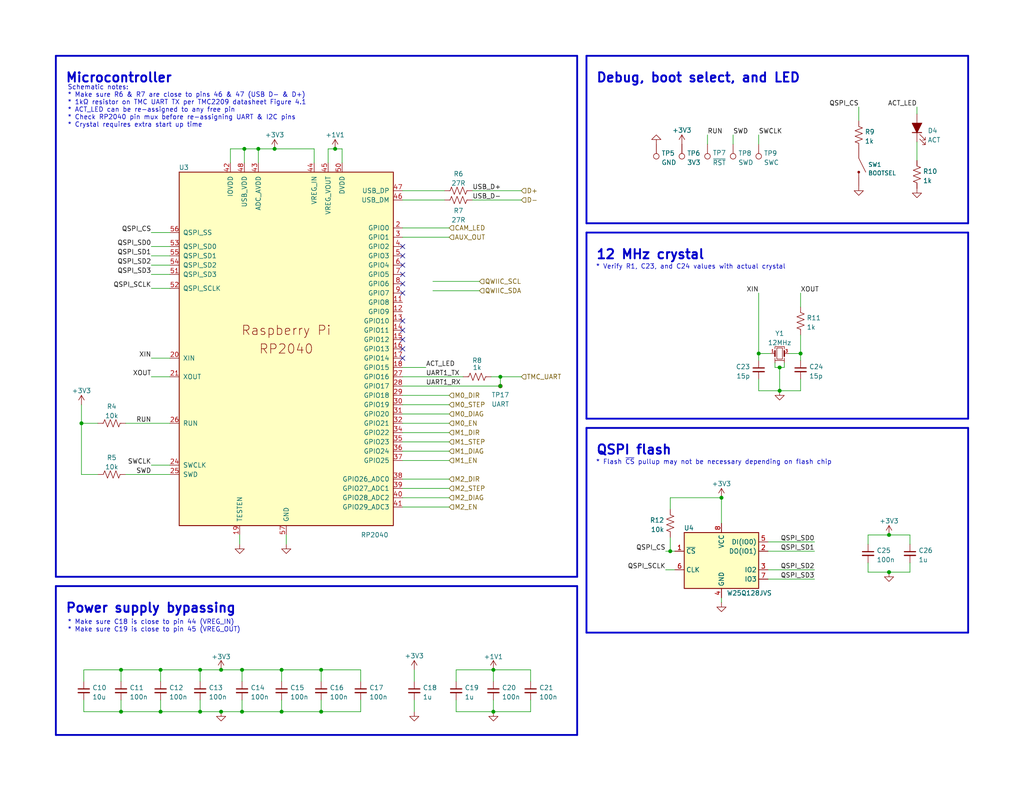
<source format=kicad_sch>
(kicad_sch (version 20211123) (generator eeschema)
  (paper "USLetter")
  (title_block (title "Candela Head") (date "2022-07-27") (rev "v1") (company "Winterbloom") (comment 1 "Alethea Flowers") (comment 2 "CERN-OHL-P V2"))
  (lib_symbols
    (symbol "Connector:TestPoint" (pin_numbers hide) (pin_names (offset 0.762) hide)
      (property "Reference" "TP" (at 0 6.858 0))
      (property "Value" "TestPoint" (at 0 5.08 0))
      (symbol "TestPoint_0_1"
        (circle (center 0 3.302) (radius 0.762))
      )
      (symbol "TestPoint_1_1"
        (pin passive line (at 0 0 90) (length 2.54) (name "1") (number "1"))
      )
    )
    (symbol "Connector:TestPoint_Small" (pin_numbers hide) (pin_names (offset 0.762) hide)
      (property "Reference" "TP" (at 0 3.81 0))
      (property "Value" "TestPoint_Small" (at 0 2.032 0))
      (symbol "TestPoint_Small_0_1"
        (circle (center 0 0) (radius 0.508))
      )
      (symbol "TestPoint_Small_1_1"
        (pin passive line (at 0 0 90) (length 0) (name "1") (number "1"))
      )
    )
    (symbol "Device:C_Small" (pin_numbers hide) (pin_names (offset 0.254) hide)
      (property "Reference" "C" (at 0.254 1.778 0))
      (property "Value" "C_Small" (at 0.254 -2.032 0))
      (symbol "C_Small_0_1"
        (polyline (pts (xy -1.524 -0.508) (xy 1.524 -0.508)) (stroke (width 0.3302)))
        (polyline (pts (xy -1.524 0.508) (xy 1.524 0.508)) (stroke (width 0.3048)))
      )
      (symbol "C_Small_1_1"
        (pin passive line (at 0 2.54 270) (length 2.032) (name "~") (number "1"))
        (pin passive line (at 0 -2.54 90) (length 2.032) (name "~") (number "2"))
      )
    )
    (symbol "Device:LED_Filled" (pin_numbers hide) (pin_names (offset 1.016) hide)
      (property "Reference" "D" (at 0 2.54 0))
      (property "Value" "LED_Filled" (at 0 -2.54 0))
      (symbol "LED_Filled_0_1"
        (polyline (pts (xy -1.27 -1.27) (xy -1.27 1.27)) (stroke (width 0.254)))
        (polyline (pts (xy -1.27 0) (xy 1.27 0)))
        (polyline (pts (xy 1.27 -1.27) (xy 1.27 1.27) (xy -1.27 0) (xy 1.27 -1.27)) (stroke (width 0.254)) (fill (type outline)))
        (polyline (pts (xy -3.048 -0.762) (xy -4.572 -2.286) (xy -3.81 -2.286) (xy -4.572 -2.286) (xy -4.572 -1.524)))
        (polyline (pts (xy -1.778 -0.762) (xy -3.302 -2.286) (xy -2.54 -2.286) (xy -3.302 -2.286) (xy -3.302 -1.524)))
      )
      (symbol "LED_Filled_1_1"
        (pin passive line (at -3.81 0 0) (length 2.54) (name "K") (number "1"))
        (pin passive line (at 3.81 0 180) (length 2.54) (name "A") (number "2"))
      )
    )
    (symbol "Device:R_US" (pin_numbers hide) (pin_names (offset 0))
      (property "Reference" "R" (at 2.54 0 90))
      (property "Value" "R_US" (at -2.54 0 90))
      (symbol "R_US_0_1"
        (polyline (pts (xy 0 -2.286) (xy 0 -2.54)))
        (polyline (pts (xy 0 2.286) (xy 0 2.54)))
        (polyline (pts (xy 0 -0.762) (xy 1.016 -1.143) (xy 0 -1.524) (xy -1.016 -1.905) (xy 0 -2.286)))
        (polyline (pts (xy 0 0.762) (xy 1.016 0.381) (xy 0 0) (xy -1.016 -0.381) (xy 0 -0.762)))
        (polyline (pts (xy 0 2.286) (xy 1.016 1.905) (xy 0 1.524) (xy -1.016 1.143) (xy 0 0.762)))
      )
      (symbol "R_US_1_1"
        (pin passive line (at 0 3.81 270) (length 1.27) (name "~") (number "1"))
        (pin passive line (at 0 -3.81 90) (length 1.27) (name "~") (number "2"))
      )
    )
    (symbol "MCU_RaspberryPi_RP2040:RP2040" (pin_names (offset 1.016))
      (property "Reference" "U?" (at -27.94 49.53 0))
      (property "Value" "RP2040" (at 24.13 -50.8 0))
      (symbol "RP2040_0_0"
        (text "Raspberry Pi" (at 0 5.08 0) (effects (font (size 2.54 2.54))))
        (text "RP2040" (at 0 0 0) (effects (font (size 2.54 2.54))))
      )
      (symbol "RP2040_0_1"
        (rectangle (start 29.21 48.26) (end -29.21 -48.26) (stroke (width 0.254)) (fill (type background)))
      )
      (symbol "RP2040_1_1"
        (pin power_in line (at -15.24 50.8 270) (length 2.54) hide (name "IOVDD") (number "1"))
        (pin power_in line (at -15.24 50.8 270) (length 2.54) hide (name "IOVDD") (number "10"))
        (pin bidirectional line (at 31.75 12.7 180) (length 2.54) (name "GPIO8") (number "11"))
        (pin bidirectional line (at 31.75 10.16 180) (length 2.54) (name "GPIO9") (number "12"))
        (pin bidirectional line (at 31.75 7.62 180) (length 2.54) (name "GPIO10") (number "13"))
        (pin bidirectional line (at 31.75 5.08 180) (length 2.54) (name "GPIO11") (number "14"))
        (pin bidirectional line (at 31.75 2.54 180) (length 2.54) (name "GPIO12") (number "15"))
        (pin bidirectional line (at 31.75 0 180) (length 2.54) (name "GPIO13") (number "16"))
        (pin bidirectional line (at 31.75 -2.54 180) (length 2.54) (name "GPIO14") (number "17"))
        (pin bidirectional line (at 31.75 -5.08 180) (length 2.54) (name "GPIO15") (number "18"))
        (pin passive line (at -12.7 -50.8 90) (length 2.54) (name "TESTEN") (number "19"))
        (pin bidirectional line (at 31.75 33.02 180) (length 2.54) (name "GPIO0") (number "2"))
        (pin input line (at -31.75 -2.54 0) (length 2.54) (name "XIN") (number "20"))
        (pin passive line (at -31.75 -7.62 0) (length 2.54) (name "XOUT") (number "21"))
        (pin power_in line (at -15.24 50.8 270) (length 2.54) hide (name "IOVDD") (number "22"))
        (pin power_in line (at 15.24 50.8 270) (length 2.54) hide (name "DVDD") (number "23"))
        (pin output line (at -31.75 -31.75 0) (length 2.54) (name "SWCLK") (number "24"))
        (pin bidirectional line (at -31.75 -34.29 0) (length 2.54) (name "SWD") (number "25"))
        (pin input line (at -31.75 -20.32 0) (length 2.54) (name "RUN") (number "26"))
        (pin bidirectional line (at 31.75 -7.62 180) (length 2.54) (name "GPIO16") (number "27"))
        (pin bidirectional line (at 31.75 -10.16 180) (length 2.54) (name "GPIO17") (number "28"))
        (pin bidirectional line (at 31.75 -12.7 180) (length 2.54) (name "GPIO18") (number "29"))
        (pin bidirectional line (at 31.75 30.48 180) (length 2.54) (name "GPIO1") (number "3"))
        (pin bidirectional line (at 31.75 -15.24 180) (length 2.54) (name "GPIO19") (number "30"))
        (pin bidirectional line (at 31.75 -17.78 180) (length 2.54) (name "GPIO20") (number "31"))
        (pin bidirectional line (at 31.75 -20.32 180) (length 2.54) (name "GPIO21") (number "32"))
        (pin power_in line (at -15.24 50.8 270) (length 2.54) hide (name "IOVDD") (number "33"))
        (pin bidirectional line (at 31.75 -22.86 180) (length 2.54) (name "GPIO22") (number "34"))
        (pin bidirectional line (at 31.75 -25.4 180) (length 2.54) (name "GPIO23") (number "35"))
        (pin bidirectional line (at 31.75 -27.94 180) (length 2.54) (name "GPIO24") (number "36"))
        (pin bidirectional line (at 31.75 -30.48 180) (length 2.54) (name "GPIO25") (number "37"))
        (pin bidirectional line (at 31.75 -35.56 180) (length 2.54) (name "GPIO26_ADC0") (number "38"))
        (pin bidirectional line (at 31.75 -38.1 180) (length 2.54) (name "GPIO27_ADC1") (number "39"))
        (pin bidirectional line (at 31.75 27.94 180) (length 2.54) (name "GPIO2") (number "4"))
        (pin bidirectional line (at 31.75 -40.64 180) (length 2.54) (name "GPIO28_ADC2") (number "40"))
        (pin bidirectional line (at 31.75 -43.18 180) (length 2.54) (name "GPIO29_ADC3") (number "41"))
        (pin power_in line (at -15.24 50.8 270) (length 2.54) (name "IOVDD") (number "42"))
        (pin power_in line (at -7.62 50.8 270) (length 2.54) (name "ADC_AVDD") (number "43"))
        (pin power_in line (at 7.62 50.8 270) (length 2.54) (name "VREG_IN") (number "44"))
        (pin power_out line (at 11.43 50.8 270) (length 2.54) (name "VREG_VOUT") (number "45"))
        (pin bidirectional line (at 31.75 40.64 180) (length 2.54) (name "USB_DM") (number "46"))
        (pin bidirectional line (at 31.75 43.18 180) (length 2.54) (name "USB_DP") (number "47"))
        (pin power_in line (at -11.43 50.8 270) (length 2.54) (name "USB_VDD") (number "48"))
        (pin power_in line (at -15.24 50.8 270) (length 2.54) hide (name "IOVDD") (number "49"))
        (pin bidirectional line (at 31.75 25.4 180) (length 2.54) (name "GPIO3") (number "5"))
        (pin power_in line (at 15.24 50.8 270) (length 2.54) (name "DVDD") (number "50"))
        (pin bidirectional line (at -31.75 20.32 0) (length 2.54) (name "QSPI_SD3") (number "51"))
        (pin output line (at -31.75 16.51 0) (length 2.54) (name "QSPI_SCLK") (number "52"))
        (pin bidirectional line (at -31.75 27.94 0) (length 2.54) (name "QSPI_SD0") (number "53"))
        (pin bidirectional line (at -31.75 22.86 0) (length 2.54) (name "QSPI_SD2") (number "54"))
        (pin bidirectional line (at -31.75 25.4 0) (length 2.54) (name "QSPI_SD1") (number "55"))
        (pin bidirectional line (at -31.75 31.75 0) (length 2.54) (name "QSPI_SS") (number "56"))
        (pin power_in line (at 0 -50.8 90) (length 2.54) (name "GND") (number "57"))
        (pin bidirectional line (at 31.75 22.86 180) (length 2.54) (name "GPIO4") (number "6"))
        (pin bidirectional line (at 31.75 20.32 180) (length 2.54) (name "GPIO5") (number "7"))
        (pin bidirectional line (at 31.75 17.78 180) (length 2.54) (name "GPIO6") (number "8"))
        (pin bidirectional line (at 31.75 15.24 180) (length 2.54) (name "GPIO7") (number "9"))
      )
    )
    (symbol "Memory_Flash:W25Q128JVS"
      (property "Reference" "U" (at -8.89 8.89 0))
      (property "Value" "W25Q128JVS" (at 7.62 8.89 0))
      (symbol "W25Q128JVS_0_1"
        (rectangle (start -10.16 7.62) (end 10.16 -7.62) (stroke (width 0.254)) (fill (type background)))
      )
      (symbol "W25Q128JVS_1_1"
        (pin input line (at -12.7 2.54 0) (length 2.54) (name "~{CS}") (number "1"))
        (pin bidirectional line (at 12.7 2.54 180) (length 2.54) (name "DO(IO1)") (number "2"))
        (pin bidirectional line (at 12.7 -2.54 180) (length 2.54) (name "IO2") (number "3"))
        (pin power_in line (at 0 -10.16 90) (length 2.54) (name "GND") (number "4"))
        (pin bidirectional line (at 12.7 5.08 180) (length 2.54) (name "DI(IO0)") (number "5"))
        (pin input line (at -12.7 -2.54 0) (length 2.54) (name "CLK") (number "6"))
        (pin bidirectional line (at 12.7 -5.08 180) (length 2.54) (name "IO3") (number "7"))
        (pin power_in line (at 0 10.16 270) (length 2.54) (name "VCC") (number "8"))
      )
    )
    (symbol "power:+1V1" (power) (pin_names (offset 0))
      (property "Value" "+1V1" (at 0 3.556 0))
      (symbol "+1V1_0_1"
        (polyline (pts (xy -0.762 1.27) (xy 0 2.54)))
        (polyline (pts (xy 0 0) (xy 0 2.54)))
        (polyline (pts (xy 0 2.54) (xy 0.762 1.27)))
      )
      (symbol "+1V1_1_1"
        (pin power_in line (at 0 0 90) (length 0) hide (name "+1V1") (number "1"))
      )
    )
    (symbol "power:+3V3" (power) (pin_names (offset 0))
      (property "Value" "+3V3" (at 0 3.556 0))
      (symbol "+3V3_0_1"
        (polyline (pts (xy -0.762 1.27) (xy 0 2.54)))
        (polyline (pts (xy 0 0) (xy 0 2.54)))
        (polyline (pts (xy 0 2.54) (xy 0.762 1.27)))
      )
      (symbol "+3V3_1_1"
        (pin power_in line (at 0 0 90) (length 0) hide (name "+3V3") (number "1"))
      )
    )
    (symbol "power:GND" (power) (pin_names (offset 0))
      (property "Value" "GND" (at 0 -3.81 0))
      (symbol "GND_0_1"
        (polyline (pts (xy 0 0) (xy 0 -1.27) (xy 1.27 -1.27) (xy 0 -2.54) (xy -1.27 -1.27) (xy 0 -1.27)))
      )
      (symbol "GND_1_1"
        (pin power_in line (at 0 0 270) (length 0) hide (name "GND") (number "1"))
      )
    )
    (symbol "winterbloom:Crystal_12MHz_4Pin" (pin_names (offset 1.016) hide)
      (property "Reference" "Y1" (at 0 5.08 0))
      (property "Value" "Crystal_12MHz_4Pin" (at 0 3.175 0))
      (symbol "Crystal_12MHz_4Pin_0_1"
        (rectangle (start -0.762 -1.524) (end 0.762 1.524))
        (polyline (pts (xy -1.27 -0.762) (xy -1.27 0.762)) (stroke (width 0.381)))
        (polyline (pts (xy 1.27 -0.762) (xy 1.27 0.762)) (stroke (width 0.381)))
        (polyline (pts (xy -1.27 -1.27) (xy -1.27 -1.905) (xy 1.27 -1.905) (xy 1.27 -1.27)))
        (polyline (pts (xy -1.27 1.27) (xy -1.27 1.905) (xy 1.27 1.905) (xy 1.27 1.27)))
      )
      (symbol "Crystal_12MHz_4Pin_1_1"
        (pin passive line (at -2.54 0 0) (length 1.27) (name "1") (number "1"))
        (pin passive line (at -1.27 -2.54 90) (length 0.635) (name "2") (number "2"))
        (pin passive line (at 2.54 0 180) (length 1.27) (name "3") (number "3"))
        (pin passive line (at 1.27 -2.54 90) (length 0.635) (name "4") (number "4"))
      )
    )
    (symbol "winterbloom:Tactile_Switch" (pin_numbers hide) (pin_names (offset 1.016) hide)
      (property "Reference" "SW" (at -1.27 -3.302 0))
      (property "Value" "Tactile_Switch" (at -6.223 -1.524 0))
      (symbol "Tactile_Switch_1_0"
        (polyline (pts (xy -2.54 0) (xy 1.27 1.905)))
        (polyline (pts (xy 2.54 0) (xy 1.27 0)))
        (circle (center 1.27 0) (radius 0.2794) (fill (type outline)))
      )
      (symbol "Tactile_Switch_1_1"
        (pin bidirectional line (at -5.08 0 0) (length 2.54) (name "1") (number "1"))
        (pin bidirectional line (at 5.08 0 180) (length 2.54) (name "2") (number "2"))
      )
    )
  )
  (junction (at 207.01 96.52))
  (junction (at 76.835 194.31))
  (junction (at 74.93 40.64))
  (junction (at 136.525 105.41))
  (junction (at 54.61 194.31))
  (junction (at 66.04 182.88))
  (junction (at 43.815 182.88))
  (junction (at 33.02 194.31))
  (junction (at 66.04 194.31))
  (junction (at 136.525 102.87))
  (junction (at 134.62 182.88))
  (junction (at 33.02 182.88))
  (junction (at 212.725 106.68))
  (junction (at 60.325 182.88))
  (junction (at 218.44 96.52))
  (junction (at 54.61 182.88))
  (junction (at 43.815 194.31))
  (junction (at 22.225 115.57))
  (junction (at 242.57 156.21))
  (junction (at 70.485 40.64))
  (junction (at 87.63 182.88))
  (junction (at 87.63 194.31))
  (junction (at 91.44 40.64))
  (junction (at 60.325 194.31))
  (junction (at 76.835 182.88))
  (junction (at 66.675 40.64))
  (junction (at 134.62 194.31))
  (junction (at 182.88 150.495))
  (junction (at 212.725 100.33))
  (junction (at 242.57 146.05))
  (junction (at 196.85 135.89))
  (no_connect (at 109.855 67.31))
  (no_connect (at 109.855 87.63))
  (no_connect (at 109.855 90.17))
  (no_connect (at 109.855 80.01))
  (no_connect (at 109.855 77.47))
  (no_connect (at 109.855 74.93))
  (no_connect (at 109.855 72.39))
  (no_connect (at 109.855 69.85))
  (no_connect (at 109.855 92.71))
  (no_connect (at 109.855 95.25))
  (no_connect (at 109.855 97.79))
  (wire (pts (xy 43.815 194.31) (xy 33.02 194.31)))
  (polyline (pts (xy 160.02 63.5) (xy 264.16 63.5)) (stroke (width 0.5) (type solid)))
  (wire (pts (xy 70.485 40.64) (xy 70.485 44.45)))
  (wire (pts (xy 109.855 105.41) (xy 136.525 105.41)))
  (wire (pts (xy 109.855 64.77) (xy 122.555 64.77)))
  (wire (pts (xy 212.725 100.33) (xy 212.725 106.68)))
  (polyline (pts (xy 160.02 116.84) (xy 160.02 172.72)) (stroke (width 0.5) (type solid)))
  (polyline (pts (xy 160.02 15.24) (xy 160.02 60.96)) (stroke (width 0.5) (type solid)))
  (wire (pts (xy 250.19 43.815) (xy 250.19 38.735)))
  (wire (pts (xy 26.67 129.54) (xy 22.225 129.54)))
  (wire (pts (xy 207.01 106.68) (xy 212.725 106.68)))
  (wire (pts (xy 109.855 107.95) (xy 122.555 107.95)))
  (wire (pts (xy 91.44 40.64) (xy 93.345 40.64)))
  (wire (pts (xy 181.61 150.495) (xy 182.88 150.495)))
  (wire (pts (xy 66.675 40.64) (xy 62.865 40.64)))
  (wire (pts (xy 60.325 194.31) (xy 54.61 194.31)))
  (wire (pts (xy 66.04 182.88) (xy 76.835 182.88)))
  (wire (pts (xy 236.855 146.05) (xy 236.855 148.59)))
  (wire (pts (xy 196.85 163.195) (xy 196.85 164.465)))
  (wire (pts (xy 33.02 182.88) (xy 43.815 182.88)))
  (wire (pts (xy 212.725 100.33) (xy 213.995 100.33)))
  (wire (pts (xy 43.815 182.88) (xy 43.815 186.055)))
  (wire (pts (xy 218.44 80.01) (xy 218.44 83.82)))
  (wire (pts (xy 41.275 74.93) (xy 46.355 74.93)))
  (wire (pts (xy 66.04 191.135) (xy 66.04 194.31)))
  (wire (pts (xy 62.865 44.45) (xy 62.865 40.64)))
  (wire (pts (xy 74.93 40.64) (xy 85.725 40.64)))
  (wire (pts (xy 124.46 182.88) (xy 134.62 182.88)))
  (wire (pts (xy 109.855 125.73) (xy 122.555 125.73)))
  (wire (pts (xy 109.855 102.87) (xy 126.365 102.87)))
  (wire (pts (xy 60.325 182.88) (xy 66.04 182.88)))
  (wire (pts (xy 109.855 135.89) (xy 122.555 135.89)))
  (wire (pts (xy 109.855 138.43) (xy 122.555 138.43)))
  (wire (pts (xy 144.78 182.88) (xy 144.78 186.055)))
  (wire (pts (xy 70.485 40.64) (xy 74.93 40.64)))
  (polyline (pts (xy 264.16 60.96) (xy 160.02 60.96)) (stroke (width 0.5) (type solid)))
  (wire (pts (xy 242.57 156.21) (xy 236.855 156.21)))
  (wire (pts (xy 113.03 191.135) (xy 113.03 194.31)))
  (wire (pts (xy 207.01 80.01) (xy 207.01 96.52)))
  (wire (pts (xy 124.46 182.88) (xy 124.46 186.055)))
  (wire (pts (xy 128.905 54.61) (xy 142.24 54.61)))
  (wire (pts (xy 109.855 133.35) (xy 122.555 133.35)))
  (polyline (pts (xy 15.24 15.24) (xy 157.48 15.24)) (stroke (width 0.5) (type solid)))
  (wire (pts (xy 209.55 147.955) (xy 222.25 147.955)))
  (wire (pts (xy 215.265 96.52) (xy 218.44 96.52)))
  (wire (pts (xy 134.62 191.135) (xy 134.62 194.31)))
  (wire (pts (xy 54.61 194.31) (xy 43.815 194.31)))
  (wire (pts (xy 209.55 155.575) (xy 222.25 155.575)))
  (wire (pts (xy 65.405 146.05) (xy 65.405 148.59)))
  (wire (pts (xy 54.61 182.88) (xy 60.325 182.88)))
  (wire (pts (xy 22.86 182.88) (xy 33.02 182.88)))
  (wire (pts (xy 66.04 182.88) (xy 66.04 186.055)))
  (wire (pts (xy 76.835 194.31) (xy 66.04 194.31)))
  (wire (pts (xy 136.525 102.87) (xy 142.24 102.87)))
  (wire (pts (xy 109.855 123.19) (xy 122.555 123.19)))
  (wire (pts (xy 136.525 102.87) (xy 136.525 105.41)))
  (wire (pts (xy 22.225 115.57) (xy 26.67 115.57)))
  (wire (pts (xy 248.285 153.67) (xy 248.285 156.21)))
  (wire (pts (xy 207.01 36.83) (xy 207.01 39.37)))
  (wire (pts (xy 33.02 191.135) (xy 33.02 194.31)))
  (wire (pts (xy 144.78 194.31) (xy 134.62 194.31)))
  (polyline (pts (xy 264.16 15.24) (xy 264.16 60.96)) (stroke (width 0.5) (type solid)))
  (wire (pts (xy 109.855 115.57) (xy 122.555 115.57)))
  (wire (pts (xy 236.855 146.05) (xy 242.57 146.05)))
  (wire (pts (xy 109.855 113.03) (xy 122.555 113.03)))
  (polyline (pts (xy 157.48 160.02) (xy 157.48 200.66)) (stroke (width 0.5) (type solid)))
  (wire (pts (xy 236.855 156.21) (xy 236.855 153.67)))
  (wire (pts (xy 98.425 191.135) (xy 98.425 194.31)))
  (wire (pts (xy 248.285 156.21) (xy 242.57 156.21)))
  (wire (pts (xy 118.11 79.375) (xy 130.81 79.375)))
  (wire (pts (xy 218.44 96.52) (xy 218.44 98.425)))
  (wire (pts (xy 91.44 40.64) (xy 89.535 40.64)))
  (wire (pts (xy 109.855 120.65) (xy 122.555 120.65)))
  (wire (pts (xy 109.855 54.61) (xy 121.285 54.61)))
  (wire (pts (xy 76.835 191.135) (xy 76.835 194.31)))
  (wire (pts (xy 248.285 146.05) (xy 248.285 148.59)))
  (polyline (pts (xy 264.16 114.3) (xy 160.02 114.3)) (stroke (width 0.5) (type solid)))
  (wire (pts (xy 113.03 182.88) (xy 113.03 186.055)))
  (wire (pts (xy 22.225 110.49) (xy 22.225 115.57)))
  (wire (pts (xy 109.855 130.81) (xy 122.555 130.81)))
  (wire (pts (xy 22.225 129.54) (xy 22.225 115.57)))
  (polyline (pts (xy 264.16 116.84) (xy 264.16 172.72)) (stroke (width 0.5) (type solid)))
  (wire (pts (xy 181.61 155.575) (xy 184.15 155.575)))
  (wire (pts (xy 54.61 182.88) (xy 54.61 186.055)))
  (wire (pts (xy 98.425 182.88) (xy 98.425 186.055)))
  (wire (pts (xy 133.985 102.87) (xy 136.525 102.87)))
  (wire (pts (xy 242.57 146.05) (xy 248.285 146.05)))
  (wire (pts (xy 41.275 63.5) (xy 46.355 63.5)))
  (polyline (pts (xy 15.24 160.02) (xy 15.24 200.66)) (stroke (width 0.5) (type solid)))
  (wire (pts (xy 43.815 182.88) (xy 54.61 182.88)))
  (polyline (pts (xy 15.24 160.02) (xy 157.48 160.02)) (stroke (width 0.5) (type solid)))
  (polyline (pts (xy 157.48 15.24) (xy 157.48 157.48)) (stroke (width 0.5) (type solid)))
  (polyline (pts (xy 15.24 15.24) (xy 15.24 157.48)) (stroke (width 0.5) (type solid)))
  (polyline (pts (xy 264.16 172.72) (xy 160.02 172.72)) (stroke (width 0.5) (type solid)))
  (wire (pts (xy 124.46 191.135) (xy 124.46 194.31)))
  (wire (pts (xy 85.725 40.64) (xy 85.725 44.45)))
  (wire (pts (xy 134.62 194.31) (xy 124.46 194.31)))
  (wire (pts (xy 93.345 44.45) (xy 93.345 40.64)))
  (wire (pts (xy 41.275 97.79) (xy 46.355 97.79)))
  (wire (pts (xy 182.88 135.89) (xy 196.85 135.89)))
  (wire (pts (xy 196.85 135.89) (xy 196.85 142.875)))
  (wire (pts (xy 89.535 40.64) (xy 89.535 44.45)))
  (wire (pts (xy 78.105 146.05) (xy 78.105 148.59)))
  (wire (pts (xy 46.355 129.54) (xy 34.29 129.54)))
  (wire (pts (xy 144.78 191.135) (xy 144.78 194.31)))
  (wire (pts (xy 87.63 191.135) (xy 87.63 194.31)))
  (wire (pts (xy 66.675 44.45) (xy 66.675 40.64)))
  (wire (pts (xy 109.855 110.49) (xy 122.555 110.49)))
  (wire (pts (xy 41.275 78.74) (xy 46.355 78.74)))
  (wire (pts (xy 87.63 194.31) (xy 76.835 194.31)))
  (wire (pts (xy 76.835 182.88) (xy 76.835 186.055)))
  (wire (pts (xy 46.355 115.57) (xy 34.29 115.57)))
  (wire (pts (xy 218.44 106.68) (xy 218.44 103.505)))
  (wire (pts (xy 193.04 36.83) (xy 193.04 39.37)))
  (wire (pts (xy 234.315 29.21) (xy 234.315 33.02)))
  (wire (pts (xy 250.19 29.21) (xy 250.19 31.115)))
  (wire (pts (xy 41.275 72.39) (xy 46.355 72.39)))
  (polyline (pts (xy 160.02 15.24) (xy 264.16 15.24)) (stroke (width 0.5) (type solid)))
  (wire (pts (xy 218.44 91.44) (xy 218.44 96.52)))
  (wire (pts (xy 41.275 69.85) (xy 46.355 69.85)))
  (wire (pts (xy 182.88 135.89) (xy 182.88 139.065)))
  (wire (pts (xy 41.275 127) (xy 46.355 127)))
  (wire (pts (xy 109.855 62.23) (xy 122.555 62.23)))
  (wire (pts (xy 22.86 182.88) (xy 22.86 186.055)))
  (wire (pts (xy 134.62 182.88) (xy 144.78 182.88)))
  (wire (pts (xy 43.815 191.135) (xy 43.815 194.31)))
  (wire (pts (xy 128.905 52.07) (xy 142.24 52.07)))
  (wire (pts (xy 109.855 100.33) (xy 116.205 100.33)))
  (polyline (pts (xy 264.16 63.5) (xy 264.16 114.3)) (stroke (width 0.5) (type solid)))
  (wire (pts (xy 212.725 106.68) (xy 218.44 106.68)))
  (wire (pts (xy 76.835 182.88) (xy 87.63 182.88)))
  (wire (pts (xy 60.325 194.31) (xy 66.04 194.31)))
  (wire (pts (xy 134.62 182.88) (xy 134.62 186.055)))
  (wire (pts (xy 109.855 118.11) (xy 122.555 118.11)))
  (wire (pts (xy 213.995 100.33) (xy 213.995 99.06)))
  (wire (pts (xy 209.55 158.115) (xy 222.25 158.115)))
  (wire (pts (xy 66.675 40.64) (xy 70.485 40.64)))
  (wire (pts (xy 33.02 182.88) (xy 33.02 186.055)))
  (wire (pts (xy 54.61 191.135) (xy 54.61 194.31)))
  (wire (pts (xy 211.455 99.06) (xy 211.455 100.33)))
  (wire (pts (xy 41.275 102.87) (xy 46.355 102.87)))
  (wire (pts (xy 41.275 67.31) (xy 46.355 67.31)))
  (wire (pts (xy 109.855 52.07) (xy 121.285 52.07)))
  (wire (pts (xy 209.55 150.495) (xy 222.25 150.495)))
  (polyline (pts (xy 157.48 157.48) (xy 15.24 157.48)) (stroke (width 0.5) (type solid)))
  (wire (pts (xy 182.88 150.495) (xy 184.15 150.495)))
  (wire (pts (xy 207.01 98.425) (xy 207.01 96.52)))
  (wire (pts (xy 207.01 96.52) (xy 210.185 96.52)))
  (wire (pts (xy 87.63 182.88) (xy 87.63 186.055)))
  (polyline (pts (xy 160.02 116.84) (xy 264.16 116.84)) (stroke (width 0.5) (type solid)))
  (wire (pts (xy 200.025 36.83) (xy 200.025 39.37)))
  (wire (pts (xy 118.11 76.835) (xy 130.81 76.835)))
  (wire (pts (xy 87.63 194.31) (xy 98.425 194.31)))
  (polyline (pts (xy 157.48 200.66) (xy 15.24 200.66)) (stroke (width 0.5) (type solid)))
  (wire (pts (xy 207.01 103.505) (xy 207.01 106.68)))
  (wire (pts (xy 22.86 194.31) (xy 22.86 191.135)))
  (wire (pts (xy 182.88 146.685) (xy 182.88 150.495)))
  (polyline (pts (xy 160.02 63.5) (xy 160.02 114.3)) (stroke (width 0.5) (type solid)))
  (wire (pts (xy 87.63 182.88) (xy 98.425 182.88)))
  (wire (pts (xy 33.02 194.31) (xy 22.86 194.31)))
  (wire (pts (xy 211.455 100.33) (xy 212.725 100.33)))
  (text "Power supply bypassing" (at 17.78 167.64 0) (effects (font (size 2.54 2.54) bold) (justify left bottom)))
  (text "* Flash ~{CS} pullup may not be necessary depending on flash chip" (at 162.56 127 0) (effects (font (size 1.27 1.27)) (justify left bottom)))
  (text "Schematic notes:\n* Make sure R6 & R7 are close to pins 46 & 47 (USB D- & D+)\n* 1kΩ resistor on TMC UART TX per TMC2209 datasheet Figure 4.1\n* ACT_LED can be re-assigned to any free pin\n* Check RP2040 pin mux before re-assigning UART & I2C pins\n* Crystal requires extra start up time" (at 18.415 34.925 0) (effects (font (size 1.27 1.27)) (justify left bottom)))
  (text "* Make sure C18 is close to pin 44 (VREG_IN)\n* Make sure C19 is close to pin 45 (VREG_OUT)" (at 18.415 172.72 0) (effects (font (size 1.27 1.27)) (justify left bottom)))
  (text "* Verify R1, C23, and C24 values with actual crystal" (at 162.56 73.66 0) (effects (font (size 1.27 1.27)) (justify left bottom)))
  (text "12 MHz crystal" (at 162.56 71.12 0) (effects (font (size 2.54 2.54) bold) (justify left bottom)))
  (text "QSPI flash" (at 162.56 124.46 0) (effects (font (size 2.54 2.54) bold) (justify left bottom)))
  (text "Debug, boot select, and LED" (at 162.56 22.86 0) (effects (font (size 2.54 2.54) bold) (justify left bottom)))
  (text "Microcontroller" (at 17.78 22.86 0) (effects (font (size 2.54 2.54) bold) (justify left bottom)))
  (label "ACT_LED" (at 250.19 29.21 180))
  (label "SWCLK" (at 207.01 36.83 0))
  (label "USB_D+" (at 128.905 52.07 0))
  (label "QSPI_CS" (at 181.61 150.495 180))
  (label "QSPI_SD1" (at 222.25 150.495 180))
  (label "XOUT" (at 41.275 102.87 180))
  (label "QSPI_SD1" (at 41.275 69.85 180))
  (label "QSPI_SD2" (at 41.275 72.39 180))
  (label "SWCLK" (at 41.275 127 180))
  (label "XIN" (at 207.01 80.01 180))
  (label "QSPI_CS" (at 41.275 63.5 180))
  (label "QSPI_SCLK" (at 181.61 155.575 180))
  (label "ACT_LED" (at 116.205 100.33 0))
  (label "USB_D-" (at 128.905 54.61 0))
  (label "QSPI_SD0" (at 222.25 147.955 180))
  (label "SWD" (at 41.275 129.54 180))
  (label "QSPI_SD0" (at 41.275 67.31 180))
  (label "UART1_TX" (at 116.205 102.87 0))
  (label "QSPI_SD3" (at 222.25 158.115 180))
  (label "RUN" (at 193.04 36.83 0))
  (label "QSPI_SD2" (at 222.25 155.575 180))
  (label "QSPI_SCLK" (at 41.275 78.74 180))
  (label "QSPI_SD3" (at 41.275 74.93 180))
  (label "XOUT" (at 218.44 80.01 0))
  (label "XIN" (at 41.275 97.79 180))
  (label "SWD" (at 200.025 36.83 0))
  (label "QSPI_CS" (at 234.315 29.21 180))
  (label "UART1_RX" (at 116.205 105.41 0))
  (label "RUN" (at 41.275 115.57 180))
  (hierarchical_label "D-" (shape input) (at 142.24 54.61 0))
  (hierarchical_label "M0_EN" (shape input) (at 122.555 115.57 0))
  (hierarchical_label "M0_DIR" (shape input) (at 122.555 107.95 0))
  (hierarchical_label "M0_STEP" (shape input) (at 122.555 110.49 0))
  (hierarchical_label "M1_STEP" (shape input) (at 122.555 120.65 0))
  (hierarchical_label "M0_DIAG" (shape input) (at 122.555 113.03 0))
  (hierarchical_label "CAM_LED" (shape input) (at 122.555 62.23 0))
  (hierarchical_label "QWIIC_SDA" (shape input) (at 130.81 79.375 0))
  (hierarchical_label "D+" (shape input) (at 142.24 52.07 0))
  (hierarchical_label "M1_DIR" (shape input) (at 122.555 118.11 0))
  (hierarchical_label "M1_EN" (shape input) (at 122.555 125.73 0))
  (hierarchical_label "TMC_UART" (shape input) (at 142.24 102.87 0))
  (hierarchical_label "M2_DIR" (shape input) (at 122.555 130.81 0))
  (hierarchical_label "QWIIC_SCL" (shape input) (at 130.81 76.835 0))
  (hierarchical_label "M1_DIAG" (shape input) (at 122.555 123.19 0))
  (hierarchical_label "M2_DIAG" (shape input) (at 122.555 135.89 0))
  (hierarchical_label "AUX_OUT" (shape input) (at 122.555 64.77 0))
  (hierarchical_label "M2_STEP" (shape input) (at 122.555 133.35 0))
  (hierarchical_label "M2_EN" (shape input) (at 122.555 138.43 0))
  (symbol (lib_id "Device:C_Small") (at 43.815 188.595 0) (unit 1)
    (property "Reference" "C12" (at 46.1391 187.7666 0) (effects (justify left)))
    (property "Value" "100n" (at 46.1391 190.3035 0) (effects (justify left)))
    (property "Footprint" "Capacitor_SMD:C_0402_1005Metric_Pad0.74x0.62mm_HandSolder" (effects hide))
    (property "Rating" "6.3V" (effects hide))
    (property "mpn" "CL05A104KA5NNNC" (effects hide))
  )
  (symbol (lib_id "Connector:TestPoint") (at 207.01 39.37 180) (unit 1)
    (property "Reference" "TP9" (at 208.407 41.8373 0) (effects (justify right)))
    (property "Value" "SWC" (at 208.407 44.3742 0) (effects (justify right)))
    (property "Footprint" "TestPoint:TestPoint_Pad_D1.0mm" (effects hide))
    (property "mpn" "n/a" (effects hide))
  )
  (symbol (lib_id "Device:R_US") (at 218.44 87.63 0) (unit 1)
    (property "Reference" "R11" (at 220.091 86.7953 0) (effects (justify left)))
    (property "Value" "1k" (at 220.091 89.3322 0) (effects (justify left)))
    (property "Footprint" "Resistor_SMD:R_0402_1005Metric_Pad0.72x0.64mm_HandSolder" (effects hide))
    (property "mpn" "RC0402JR-071KL" (effects hide))
    (property "Rating" "63mW" (effects hide))
  )
  (symbol (lib_id "Device:R_US") (at 30.48 115.57 270) (unit 1)
    (property "Reference" "R4" (at 30.48 110.9812 90))
    (property "Value" "10k" (at 30.48 113.5181 90))
    (property "Footprint" "Resistor_SMD:R_0402_1005Metric_Pad0.72x0.64mm_HandSolder" (effects hide))
    (property "mpn" "RC0402JR-0710KL" (effects hide))
    (property "Rating" "63mW" (effects hide))
  )
  (symbol (lib_id "power:+3V3") (at 60.325 182.88 0) (unit 1)
    (property "Reference" "#PWR029" (effects hide))
    (property "Value" "+3V3" (at 60.325 179.3042 0))
  )
  (symbol (lib_id "power:+1V1") (at 134.62 182.88 0) (unit 1)
    (property "Reference" "#PWR033" (effects hide))
    (property "Value" "+1V1" (at 134.62 179.3042 0))
  )
  (symbol (lib_id "power:+3V3") (at 242.57 146.05 0) (unit 1)
    (property "Reference" "#PWR0106" (effects hide))
    (property "Value" "+3V3" (at 242.57 142.24 0))
  )
  (symbol (lib_id "Device:R_US") (at 182.88 142.875 180) (unit 1)
    (property "Reference" "R12" (at 181.229 142.0403 0) (effects (justify left)))
    (property "Value" "10k" (at 181.229 144.5772 0) (effects (justify left)))
    (property "Footprint" "Resistor_SMD:R_0402_1005Metric_Pad0.72x0.64mm_HandSolder" (effects hide))
    (property "mpn" "RC0402JR-0710KL" (effects hide))
    (property "Rating" "63mW" (effects hide))
  )
  (symbol (lib_id "Device:C_Small") (at 98.425 188.595 0) (unit 1)
    (property "Reference" "C17" (at 100.7491 187.7666 0) (effects (justify left)))
    (property "Value" "100n" (at 100.7491 190.3035 0) (effects (justify left)))
    (property "Footprint" "Capacitor_SMD:C_0402_1005Metric_Pad0.74x0.62mm_HandSolder" (effects hide))
    (property "Rating" "6.3V" (effects hide))
    (property "mpn" "CL05A104KA5NNNC" (effects hide))
  )
  (symbol (lib_id "Device:C_Small") (at 134.62 188.595 0) (unit 1)
    (property "Reference" "C20" (at 136.9441 187.7666 0) (effects (justify left)))
    (property "Value" "100n" (at 136.9441 190.3035 0) (effects (justify left)))
    (property "Footprint" "Capacitor_SMD:C_0402_1005Metric_Pad0.74x0.62mm_HandSolder" (effects hide))
    (property "Rating" "6.3V" (effects hide))
    (property "mpn" "CL05A104KA5NNNC" (effects hide))
  )
  (symbol (lib_id "Device:R_US") (at 30.48 129.54 90) (unit 1)
    (property "Reference" "R5" (at 30.48 124.9512 90))
    (property "Value" "10k" (at 30.48 127.4881 90))
    (property "Footprint" "Resistor_SMD:R_0402_1005Metric_Pad0.72x0.64mm_HandSolder" (effects hide))
    (property "mpn" "RC0402JR-0710KL" (effects hide))
    (property "Rating" "63mW" (effects hide))
  )
  (symbol (lib_id "power:GND") (at 250.19 51.435 0) (unit 1)
    (property "Reference" "#PWR039" (effects hide))
    (property "Value" "GND" (effects hide))
  )
  (symbol (lib_id "Device:C_Small") (at 218.44 100.965 0) (unit 1)
    (property "Reference" "C24" (at 220.7641 100.1366 0) (effects (justify left)))
    (property "Value" "15p" (at 220.7641 102.6735 0) (effects (justify left)))
    (property "Footprint" "Capacitor_SMD:C_0402_1005Metric_Pad0.74x0.62mm_HandSolder" (effects hide))
    (property "Rating" "5% 10V" (effects hide))
    (property "mpn" "CL05C150JB5NNNC" (effects hide))
  )
  (symbol (lib_id "MCU_RaspberryPi_RP2040:RP2040") (at 78.105 95.25 0) (unit 1)
    (property "Reference" "U3" (at 50.165 45.72 0))
    (property "Value" "RP2040" (at 102.235 146.05 0))
    (property "Footprint" "winterbloom:RP2040-QFN-56" (effects hide))
    (property "mpn" "RP2040" (effects hide))
  )
  (symbol (lib_id "power:GND") (at 134.62 194.31 0) (unit 1)
    (property "Reference" "#PWR034" (effects hide))
    (property "Value" "GND" (effects hide))
  )
  (symbol (lib_id "power:GND") (at 179.07 39.37 180) (unit 1)
    (property "Reference" "#PWR036" (effects hide))
    (property "Value" "GND" (effects hide))
  )
  (symbol (lib_id "power:GND") (at 65.405 148.59 0) (unit 1)
    (property "Reference" "#PWR025" (effects hide))
    (property "Value" "GND" (effects hide))
  )
  (symbol (lib_id "Device:C_Small") (at 124.46 188.595 0) (unit 1)
    (property "Reference" "C19" (at 126.7841 187.7666 0) (effects (justify left)))
    (property "Value" "1u" (at 126.7841 190.3035 0) (effects (justify left)))
    (property "Footprint" "Capacitor_SMD:C_0402_1005Metric_Pad0.74x0.62mm_HandSolder" (effects hide))
    (property "Rating" "6.3V" (effects hide))
    (property "mpn" "CL05A105KO5NNNC" (effects hide))
  )
  (symbol (lib_id "power:+3V3") (at 74.93 40.64 0) (unit 1)
    (property "Reference" "#PWR026" (effects hide))
    (property "Value" "+3V3" (at 74.93 36.83 0))
  )
  (symbol (lib_id "Device:C_Small") (at 22.86 188.595 0) (unit 1)
    (property "Reference" "C10" (at 25.1841 187.7666 0) (effects (justify left)))
    (property "Value" "10u" (at 25.1841 190.3035 0) (effects (justify left)))
    (property "Footprint" "Capacitor_SMD:C_0805_2012Metric_Pad1.18x1.45mm_HandSolder" (effects hide))
    (property "mpn" "CL32B106KBJNNNE" (effects hide))
    (property "Rating" "6.3V" (effects hide))
  )
  (symbol (lib_id "power:+3V3") (at 22.225 110.49 0) (unit 1)
    (property "Reference" "#PWR024" (effects hide))
    (property "Value" "+3V3" (at 22.225 106.68 0))
  )
  (symbol (lib_id "Connector:TestPoint") (at 200.025 39.37 180) (unit 1)
    (property "Reference" "TP8" (at 201.422 41.8373 0) (effects (justify right)))
    (property "Value" "SWD" (at 201.422 44.3742 0) (effects (justify right)))
    (property "Footprint" "TestPoint:TestPoint_Pad_D1.0mm" (effects hide))
    (property "mpn" "n/a" (effects hide))
  )
  (symbol (lib_id "power:GND") (at 212.725 106.68 0) (unit 1)
    (property "Reference" "#PWR040" (effects hide))
    (property "Value" "GND" (effects hide))
  )
  (symbol (lib_id "Memory_Flash:W25Q128JVS") (at 196.85 153.035 0) (unit 1)
    (property "Reference" "U4" (at 187.96 144.145 0))
    (property "Value" "W25Q128JVS" (at 204.47 161.925 0))
    (property "Footprint" "Package_SO:SOIC-8_5.23x5.23mm_P1.27mm" (effects hide))
    (property "Datasheet" "http://www.winbond.com/resource-files/w25q128jv_dtr%20revc%2003272018%20plus.pdf" (effects hide))
    (property "mpn" "W25Q64JVS" (effects hide))
  )
  (symbol (lib_id "Device:C_Small") (at 76.835 188.595 0) (unit 1)
    (property "Reference" "C15" (at 79.1591 187.7666 0) (effects (justify left)))
    (property "Value" "100n" (at 79.1591 190.3035 0) (effects (justify left)))
    (property "Footprint" "Capacitor_SMD:C_0402_1005Metric_Pad0.74x0.62mm_HandSolder" (effects hide))
    (property "Rating" "6.3V" (effects hide))
    (property "mpn" "CL05A104KA5NNNC" (effects hide))
  )
  (symbol (lib_id "Device:LED_Filled") (at 250.19 34.925 90) (unit 1)
    (property "Reference" "D4" (at 253.111 35.6778 90) (effects (justify right)))
    (property "Value" "ACT" (at 253.111 38.2147 90) (effects (justify right)))
    (property "Footprint" "winterbloom:LED_0805_Kingbright_APT2012" (effects hide))
    (property "mpn" "APT2012EC" (effects hide))
    (property "Rating" "Red" (effects hide))
  )
  (symbol (lib_id "power:+3V3") (at 186.055 39.37 0) (unit 1)
    (property "Reference" "#PWR035" (effects hide))
    (property "Value" "+3V3" (at 186.055 35.56 0))
  )
  (symbol (lib_id "Device:C_Small") (at 33.02 188.595 0) (unit 1)
    (property "Reference" "C11" (at 35.3441 187.7666 0) (effects (justify left)))
    (property "Value" "100n" (at 35.3441 190.3035 0) (effects (justify left)))
    (property "Footprint" "Capacitor_SMD:C_0402_1005Metric_Pad0.74x0.62mm_HandSolder" (effects hide))
    (property "Rating" "6.3V" (effects hide))
    (property "mpn" "CL05A104KA5NNNC" (effects hide))
  )
  (symbol (lib_id "power:+3V3") (at 196.85 135.89 0) (unit 1)
    (property "Reference" "#PWR041" (effects hide))
    (property "Value" "+3V3" (at 196.85 132.08 0))
  )
  (symbol (lib_id "Connector:TestPoint") (at 179.07 39.37 180) (unit 1)
    (property "Reference" "TP5" (at 180.467 41.8373 0) (effects (justify right)))
    (property "Value" "GND" (at 180.467 44.3742 0) (effects (justify right)))
    (property "Footprint" "TestPoint:TestPoint_Pad_D1.0mm" (effects hide))
    (property "mpn" "n/a" (effects hide))
  )
  (symbol (lib_id "Device:C_Small") (at 144.78 188.595 0) (unit 1)
    (property "Reference" "C21" (at 147.1041 187.7666 0) (effects (justify left)))
    (property "Value" "100n" (at 147.1041 190.3035 0) (effects (justify left)))
    (property "Footprint" "Capacitor_SMD:C_0402_1005Metric_Pad0.74x0.62mm_HandSolder" (effects hide))
    (property "Rating" "6.3V" (effects hide))
    (property "mpn" "CL05A104KA5NNNC" (effects hide))
  )
  (symbol (lib_id "Device:C_Small") (at 113.03 188.595 0) (unit 1)
    (property "Reference" "C18" (at 115.3541 187.7666 0) (effects (justify left)))
    (property "Value" "1u" (at 115.3541 190.3035 0) (effects (justify left)))
    (property "Footprint" "Capacitor_SMD:C_0402_1005Metric_Pad0.74x0.62mm_HandSolder" (effects hide))
    (property "Rating" "6.3V" (effects hide))
    (property "mpn" "CL05A105KO5NNNC" (effects hide))
  )
  (symbol (lib_id "Connector:TestPoint_Small") (at 136.525 105.41 180) (unit 1)
    (property "Reference" "TP17" (at 136.525 107.8214 0))
    (property "Value" "UART" (at 136.525 110.3583 0))
    (property "Footprint" "TestPoint:TestPoint_Pad_D1.0mm" (effects hide))
    (property "mpn" "n/a" (effects hide))
  )
  (symbol (lib_id "power:GND") (at 78.105 148.59 0) (unit 1)
    (property "Reference" "#PWR027" (effects hide))
    (property "Value" "GND" (effects hide))
  )
  (symbol (lib_id "Device:R_US") (at 125.095 52.07 270) (unit 1)
    (property "Reference" "R6" (at 125.095 47.4812 90))
    (property "Value" "27R" (at 125.095 50.0181 90))
    (property "Footprint" "Resistor_SMD:R_0402_1005Metric_Pad0.72x0.64mm_HandSolder" (effects hide))
    (property "mpn" "RC0402FR-0727RL" (effects hide))
    (property "Rating" "63mW" (effects hide))
  )
  (symbol (lib_id "Device:C_Small") (at 236.855 151.13 0) (unit 1)
    (property "Reference" "C25" (at 239.1791 150.3016 0) (effects (justify left)))
    (property "Value" "100n" (at 239.1791 152.8385 0) (effects (justify left)))
    (property "Footprint" "Capacitor_SMD:C_0402_1005Metric_Pad0.74x0.62mm_HandSolder" (effects hide))
    (property "Rating" "6.3V" (effects hide))
    (property "mpn" "CL05A104KA5NNNC" (effects hide))
  )
  (symbol (lib_id "Device:C_Small") (at 207.01 100.965 0) (unit 1)
    (property "Reference" "C23" (at 204.686 100.1366 0) (effects (justify right)))
    (property "Value" "15p" (at 204.686 102.6735 0) (effects (justify right)))
    (property "Footprint" "Capacitor_SMD:C_0402_1005Metric_Pad0.74x0.62mm_HandSolder" (effects hide))
    (property "Rating" "5% 10V" (effects hide))
    (property "mpn" "CL05C150JB5NNNC" (effects hide))
  )
  (symbol (lib_id "power:GND") (at 113.03 194.31 0) (unit 1)
    (property "Reference" "#PWR032" (effects hide))
    (property "Value" "GND" (effects hide))
  )
  (symbol (lib_id "power:GND") (at 234.315 50.8 0) (unit 1)
    (property "Reference" "#PWR037" (effects hide))
    (property "Value" "GND" (effects hide))
  )
  (symbol (lib_id "Device:C_Small") (at 54.61 188.595 0) (unit 1)
    (property "Reference" "C13" (at 56.9341 187.7666 0) (effects (justify left)))
    (property "Value" "100n" (at 56.9341 190.3035 0) (effects (justify left)))
    (property "Footprint" "Capacitor_SMD:C_0402_1005Metric_Pad0.74x0.62mm_HandSolder" (effects hide))
    (property "Rating" "6.3V" (effects hide))
    (property "mpn" "CL05A104KA5NNNC" (effects hide))
  )
  (symbol (lib_id "winterbloom:Crystal_12MHz_4Pin") (at 212.725 96.52 0) (unit 1)
    (property "Reference" "Y1" (at 212.725 91.0422 0))
    (property "Value" "12MHz" (at 212.725 93.5791 0))
    (property "Footprint" "Crystal:Crystal_SMD_Abracon_ABM8G-4Pin_3.2x2.5mm" (effects hide))
    (property "Datasheet" "https://abracon.com/datasheets/ABM8G-106-12.000MHz-T.pdf" (effects hide))
    (property "mpn" "ABM8G-106-12.000MHZ-T" (effects hide))
  )
  (symbol (lib_id "power:GND") (at 196.85 164.465 0) (unit 1)
    (property "Reference" "#PWR042" (effects hide))
    (property "Value" "GND" (effects hide))
  )
  (symbol (lib_id "power:GND") (at 60.325 194.31 0) (unit 1)
    (property "Reference" "#PWR030" (effects hide))
    (property "Value" "GND" (effects hide))
  )
  (symbol (lib_id "power:+1V1") (at 91.44 40.64 0) (unit 1)
    (property "Reference" "#PWR028" (effects hide))
    (property "Value" "+1V1" (at 91.44 36.83 0))
  )
  (symbol (lib_id "Connector:TestPoint") (at 186.055 39.37 180) (unit 1)
    (property "Reference" "TP6" (at 187.452 41.8373 0) (effects (justify right)))
    (property "Value" "3V3" (at 187.452 44.3742 0) (effects (justify right)))
    (property "Footprint" "TestPoint:TestPoint_Pad_D1.0mm" (effects hide))
    (property "mpn" "n/a" (effects hide))
  )
  (symbol (lib_id "power:+3V3") (at 113.03 182.88 0) (unit 1)
    (property "Reference" "#PWR031" (effects hide))
    (property "Value" "+3V3" (at 113.03 179.07 0))
  )
  (symbol (lib_id "Device:C_Small") (at 87.63 188.595 0) (unit 1)
    (property "Reference" "C16" (at 89.9541 187.7666 0) (effects (justify left)))
    (property "Value" "100n" (at 89.9541 190.3035 0) (effects (justify left)))
    (property "Footprint" "Capacitor_SMD:C_0402_1005Metric_Pad0.74x0.62mm_HandSolder" (effects hide))
    (property "Rating" "6.3V" (effects hide))
    (property "mpn" "CL05A104KA5NNNC" (effects hide))
  )
  (symbol (lib_id "power:GND") (at 242.57 156.21 0) (unit 1)
    (property "Reference" "#PWR043" (effects hide))
    (property "Value" "GND" (effects hide))
  )
  (symbol (lib_id "Device:R_US") (at 130.175 102.87 90) (unit 1)
    (property "Reference" "R8" (at 130.175 98.425 90))
    (property "Value" "1k" (at 130.175 100.33 90))
    (property "Footprint" "Resistor_SMD:R_0402_1005Metric_Pad0.72x0.64mm_HandSolder" (effects hide))
    (property "mpn" "RC0402JR-071KL" (effects hide))
    (property "Rating" "63mW" (effects hide))
  )
  (symbol (lib_id "Device:C_Small") (at 66.04 188.595 0) (unit 1)
    (property "Reference" "C14" (at 68.3641 187.7666 0) (effects (justify left)))
    (property "Value" "100n" (at 68.3641 190.3035 0) (effects (justify left)))
    (property "Footprint" "Capacitor_SMD:C_0402_1005Metric_Pad0.74x0.62mm_HandSolder" (effects hide))
    (property "Rating" "6.3V" (effects hide))
    (property "mpn" "CL05A104KA5NNNC" (effects hide))
  )
  (symbol (lib_id "Device:R_US") (at 250.19 47.625 0) (unit 1)
    (property "Reference" "R10" (at 251.841 46.7903 0) (effects (justify left)))
    (property "Value" "1k" (at 251.841 49.3272 0) (effects (justify left)))
    (property "Footprint" "Resistor_SMD:R_0603_1608Metric_Pad0.98x0.95mm_HandSolder" (effects hide))
    (property "Rating" "200mW" (effects hide))
  )
  (symbol (lib_id "winterbloom:Tactile_Switch") (at 234.315 45.72 270) (unit 1)
    (property "Reference" "SW1" (at 236.855 44.9561 90) (effects (font (size 1.143 1.143)) (justify left)))
    (property "Value" "BOOTSEL" (at 236.855 47.2647 90) (effects (font (size 1.143 1.143)) (justify left)))
    (property "Footprint" "winterbloom:Tactile_Switch_4.2mm" (effects hide))
    (property "Datasheet" "https://factory.macrofab.com/part/MF-SW-TACT-4.2MM" (effects hide))
    (property "mpn" "MF-SW-TACT-4.2MM, MF-SW-TACT-6MM" (effects hide))
  )
  (symbol (lib_id "Device:R_US") (at 234.315 36.83 180) (unit 1)
    (property "Reference" "R9" (at 235.966 35.9953 0) (effects (justify right)))
    (property "Value" "1k" (at 235.966 38.5322 0) (effects (justify right)))
    (property "Footprint" "Resistor_SMD:R_0402_1005Metric_Pad0.72x0.64mm_HandSolder" (effects hide))
    (property "mpn" "RC0402JR-071KL" (effects hide))
    (property "Rating" "63mW" (effects hide))
  )
  (symbol (lib_id "Device:C_Small") (at 248.285 151.13 0) (unit 1)
    (property "Reference" "C26" (at 250.6091 150.3016 0) (effects (justify left)))
    (property "Value" "1u" (at 250.6091 152.8385 0) (effects (justify left)))
    (property "Footprint" "Capacitor_SMD:C_0402_1005Metric_Pad0.74x0.62mm_HandSolder" (effects hide))
    (property "mpn" "CL05A105KO5NNNC" (effects hide))
    (property "Rating" "6.3V" (effects hide))
  )
  (symbol (lib_id "Device:R_US") (at 125.095 54.61 270) (unit 1)
    (property "Reference" "R7" (at 125.095 57.5294 90))
    (property "Value" "27R" (at 125.095 60.0663 90))
    (property "Footprint" "Resistor_SMD:R_0402_1005Metric_Pad0.72x0.64mm_HandSolder" (effects hide))
    (property "mpn" "RC0402FR-0727RL" (effects hide))
    (property "Rating" "63mW" (effects hide))
  )
  (symbol (lib_id "Connector:TestPoint") (at 193.04 39.37 180) (unit 1)
    (property "Reference" "TP7" (at 194.437 41.7418 0) (effects (justify right)))
    (property "Value" "~{RST}" (at 194.437 44.4327 0) (effects (justify right)))
    (property "Footprint" "TestPoint:TestPoint_Pad_D1.0mm" (effects hide))
    (property "mpn" "n/a" (effects hide))
  )
)
</source>
